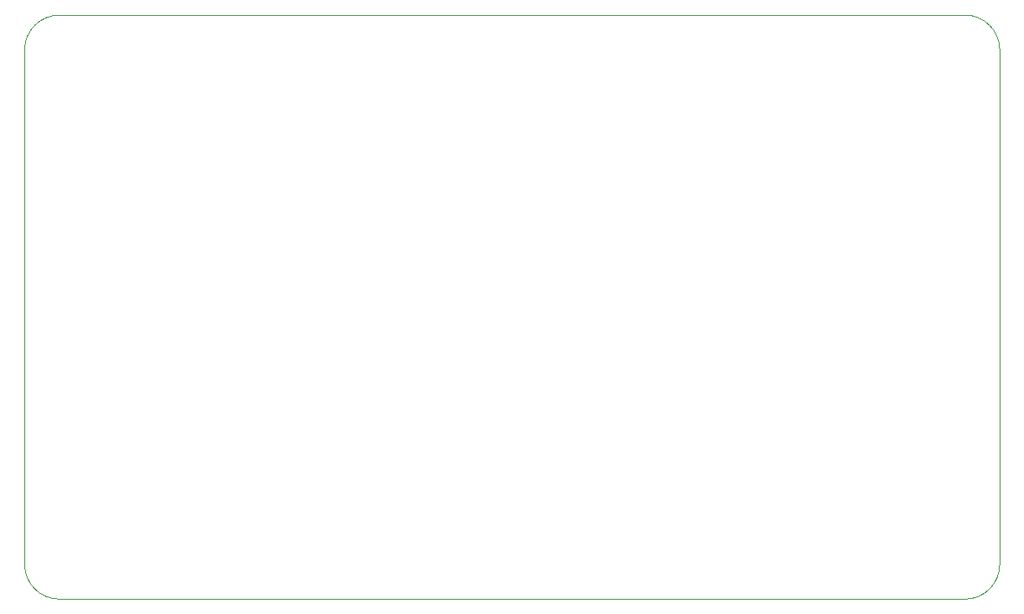
<source format=gbr>
%TF.GenerationSoftware,KiCad,Pcbnew,9.0.4*%
%TF.CreationDate,2025-10-24T20:56:16-05:00*%
%TF.ProjectId,ActivePrecharge RevB,41637469-7665-4507-9265-636861726765,rev?*%
%TF.SameCoordinates,Original*%
%TF.FileFunction,Profile,NP*%
%FSLAX46Y46*%
G04 Gerber Fmt 4.6, Leading zero omitted, Abs format (unit mm)*
G04 Created by KiCad (PCBNEW 9.0.4) date 2025-10-24 20:56:16*
%MOMM*%
%LPD*%
G01*
G04 APERTURE LIST*
%TA.AperFunction,Profile*%
%ADD10C,0.050000*%
%TD*%
G04 APERTURE END LIST*
D10*
X198500000Y-115330000D02*
G75*
G02*
X195000000Y-118830000I-3500000J0D01*
G01*
X195000000Y-118830000D02*
X103640000Y-118830000D01*
X195000000Y-59880000D02*
G75*
G02*
X198500000Y-63380000I0J-3500000D01*
G01*
X103640000Y-118830000D02*
G75*
G02*
X100140000Y-115330000I0J3500000D01*
G01*
X198500000Y-63380000D02*
X198500000Y-115330000D01*
X100140000Y-115330000D02*
X100140000Y-63380000D01*
X100140000Y-63380000D02*
G75*
G02*
X103640000Y-59880000I3500000J0D01*
G01*
X103640000Y-59880000D02*
X195000000Y-59880000D01*
M02*

</source>
